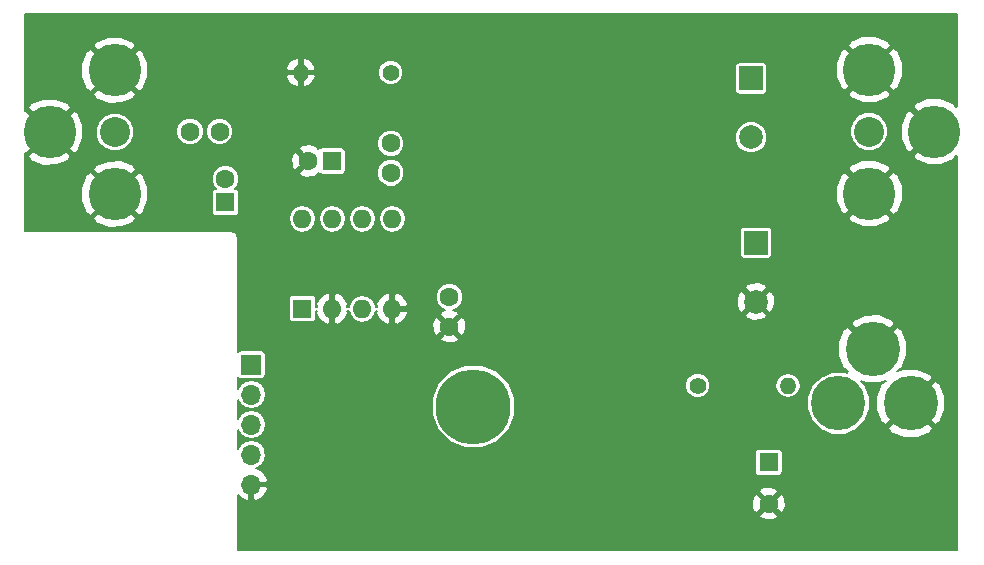
<source format=gbr>
G04 #@! TF.FileFunction,Copper,L2,Bot,Signal*
%FSLAX46Y46*%
G04 Gerber Fmt 4.6, Leading zero omitted, Abs format (unit mm)*
G04 Created by KiCad (PCBNEW 4.0.5) date 07/08/17 13:34:11*
%MOMM*%
%LPD*%
G01*
G04 APERTURE LIST*
%ADD10C,0.150000*%
%ADD11R,2.000000X2.000000*%
%ADD12C,2.000000*%
%ADD13R,1.600000X1.600000*%
%ADD14C,1.600000*%
%ADD15C,6.350000*%
%ADD16C,1.400000*%
%ADD17O,1.400000X1.400000*%
%ADD18C,4.445000*%
%ADD19C,2.540000*%
%ADD20O,1.600000X1.600000*%
%ADD21R,1.700000X1.700000*%
%ADD22O,1.700000X1.700000*%
%ADD23C,4.600000*%
%ADD24C,0.203200*%
G04 APERTURE END LIST*
D10*
D11*
X94805000Y-66013400D03*
D12*
X94805000Y-71013400D03*
D13*
X95905000Y-84613400D03*
D14*
X95905000Y-88113400D03*
D13*
X49905000Y-62613400D03*
D14*
X49905000Y-60613400D03*
D15*
X70886000Y-79895400D03*
D16*
X89905000Y-78113400D03*
D17*
X97525000Y-78113400D03*
D11*
X94405000Y-52113400D03*
D12*
X94405000Y-57113400D03*
D18*
X35021200Y-56654400D03*
X40533000Y-61899500D03*
X40533000Y-51409300D03*
D19*
X40533000Y-56654400D03*
D18*
X109916800Y-56613400D03*
X104405000Y-51368300D03*
X104405000Y-61858500D03*
D19*
X104405000Y-56613400D03*
D16*
X63905000Y-51613400D03*
D17*
X56285000Y-51613400D03*
D13*
X56405000Y-71613400D03*
D20*
X64025000Y-63993400D03*
X58945000Y-71613400D03*
X61485000Y-63993400D03*
X61485000Y-71613400D03*
X58945000Y-63993400D03*
X64025000Y-71613400D03*
X56405000Y-63993400D03*
D21*
X52090000Y-76339400D03*
D22*
X52090000Y-78879400D03*
X52090000Y-81419400D03*
X52090000Y-83959400D03*
X52090000Y-86499400D03*
D13*
X58905000Y-59113400D03*
D14*
X56905000Y-59113400D03*
D23*
X107905000Y-79613400D03*
X101805000Y-79613400D03*
X104705000Y-75013400D03*
D14*
X63905000Y-60113400D03*
X63905000Y-57613400D03*
X46905000Y-56613400D03*
X49405000Y-56613400D03*
X68854000Y-70624400D03*
X68854000Y-73124400D03*
D24*
G36*
X111858900Y-54474653D02*
X111849459Y-54465212D01*
X111740099Y-54574572D01*
X111488420Y-54190972D01*
X110441765Y-53773936D01*
X109315189Y-53789182D01*
X108345180Y-54190972D01*
X108093500Y-54574574D01*
X109916800Y-56397874D01*
X109930943Y-56383732D01*
X110146469Y-56599258D01*
X110132326Y-56613400D01*
X110146469Y-56627543D01*
X109930943Y-56843069D01*
X109916800Y-56828926D01*
X108093500Y-58652226D01*
X108345180Y-59035828D01*
X109391835Y-59452864D01*
X110518411Y-59437618D01*
X111488420Y-59035828D01*
X111740099Y-58652228D01*
X111849459Y-58761588D01*
X111858900Y-58752147D01*
X111858900Y-92067300D01*
X50951100Y-92067300D01*
X50951100Y-89123251D01*
X95110675Y-89123251D01*
X95188282Y-89359155D01*
X95719569Y-89538604D01*
X96279086Y-89501079D01*
X96621718Y-89359155D01*
X96699325Y-89123251D01*
X95905000Y-88328926D01*
X95110675Y-89123251D01*
X50951100Y-89123251D01*
X50951100Y-87927969D01*
X94479796Y-87927969D01*
X94517321Y-88487486D01*
X94659245Y-88830118D01*
X94895149Y-88907725D01*
X95689474Y-88113400D01*
X96120526Y-88113400D01*
X96914851Y-88907725D01*
X97150755Y-88830118D01*
X97330204Y-88298831D01*
X97292679Y-87739314D01*
X97150755Y-87396682D01*
X96914851Y-87319075D01*
X96120526Y-88113400D01*
X95689474Y-88113400D01*
X94895149Y-87319075D01*
X94659245Y-87396682D01*
X94479796Y-87927969D01*
X50951100Y-87927969D01*
X50951100Y-87371941D01*
X51201581Y-87657492D01*
X51712391Y-87909321D01*
X51937600Y-87798634D01*
X51937600Y-86651800D01*
X52242400Y-86651800D01*
X52242400Y-87798634D01*
X52467609Y-87909321D01*
X52978419Y-87657492D01*
X53353975Y-87229354D01*
X53406080Y-87103549D01*
X95110675Y-87103549D01*
X95905000Y-87897874D01*
X96699325Y-87103549D01*
X96621718Y-86867645D01*
X96090431Y-86688196D01*
X95530914Y-86725721D01*
X95188282Y-86867645D01*
X95110675Y-87103549D01*
X53406080Y-87103549D01*
X53499910Y-86877007D01*
X53388286Y-86651800D01*
X52242400Y-86651800D01*
X51937600Y-86651800D01*
X51917600Y-86651800D01*
X51917600Y-86347000D01*
X51937600Y-86347000D01*
X51937600Y-86327000D01*
X52242400Y-86327000D01*
X52242400Y-86347000D01*
X53388286Y-86347000D01*
X53499910Y-86121793D01*
X53353975Y-85769446D01*
X52978419Y-85341308D01*
X52474991Y-85093118D01*
X52574982Y-85073229D01*
X52966107Y-84811888D01*
X53227448Y-84420763D01*
X53319219Y-83959400D01*
X53290178Y-83813400D01*
X94742434Y-83813400D01*
X94742434Y-85413400D01*
X94767230Y-85545177D01*
X94845110Y-85666207D01*
X94963942Y-85747401D01*
X95105000Y-85775966D01*
X96705000Y-85775966D01*
X96836777Y-85751170D01*
X96957807Y-85673290D01*
X97039001Y-85554458D01*
X97067566Y-85413400D01*
X97067566Y-83813400D01*
X97042770Y-83681623D01*
X96964890Y-83560593D01*
X96846058Y-83479399D01*
X96705000Y-83450834D01*
X95105000Y-83450834D01*
X94973223Y-83475630D01*
X94852193Y-83553510D01*
X94770999Y-83672342D01*
X94742434Y-83813400D01*
X53290178Y-83813400D01*
X53227448Y-83498037D01*
X52966107Y-83106912D01*
X52574982Y-82845571D01*
X52113619Y-82753800D01*
X52066381Y-82753800D01*
X51605018Y-82845571D01*
X51213893Y-83106912D01*
X50952552Y-83498037D01*
X50951100Y-83505337D01*
X50951100Y-81873463D01*
X50952552Y-81880763D01*
X51213893Y-82271888D01*
X51605018Y-82533229D01*
X52066381Y-82625000D01*
X52113619Y-82625000D01*
X52574982Y-82533229D01*
X52966107Y-82271888D01*
X53227448Y-81880763D01*
X53319219Y-81419400D01*
X53227448Y-80958037D01*
X52984607Y-80594599D01*
X67354788Y-80594599D01*
X67891157Y-81892712D01*
X68883464Y-82886752D01*
X70180639Y-83425386D01*
X71585199Y-83426612D01*
X72883312Y-82890243D01*
X73877352Y-81897936D01*
X74415986Y-80600761D01*
X74416388Y-80139314D01*
X99148940Y-80139314D01*
X99552379Y-81115711D01*
X100298760Y-81863395D01*
X101274451Y-82268538D01*
X102330914Y-82269460D01*
X103307311Y-81866021D01*
X103465423Y-81708184D01*
X106025742Y-81708184D01*
X106286872Y-82099841D01*
X107361564Y-82529803D01*
X108518989Y-82515769D01*
X109523128Y-82099841D01*
X109784258Y-81708184D01*
X107905000Y-79828926D01*
X106025742Y-81708184D01*
X103465423Y-81708184D01*
X104054995Y-81119640D01*
X104460138Y-80143949D01*
X104461060Y-79087486D01*
X104057621Y-78111089D01*
X103687197Y-77740019D01*
X104161564Y-77929803D01*
X105318989Y-77915769D01*
X105794766Y-77718695D01*
X105810214Y-77734143D01*
X105418559Y-77995272D01*
X104988597Y-79069964D01*
X105002631Y-80227389D01*
X105418559Y-81231528D01*
X105810216Y-81492658D01*
X107689474Y-79613400D01*
X108120526Y-79613400D01*
X109999784Y-81492658D01*
X110391441Y-81231528D01*
X110821403Y-80156836D01*
X110807369Y-78999411D01*
X110391441Y-77995272D01*
X109999784Y-77734142D01*
X108120526Y-79613400D01*
X107689474Y-79613400D01*
X107675332Y-79599258D01*
X107890858Y-79383732D01*
X107905000Y-79397874D01*
X109784258Y-77518616D01*
X109523128Y-77126959D01*
X108448436Y-76696997D01*
X107291011Y-76711031D01*
X106815234Y-76908105D01*
X106799786Y-76892657D01*
X107191441Y-76631528D01*
X107621403Y-75556836D01*
X107607369Y-74399411D01*
X107191441Y-73395272D01*
X106799784Y-73134142D01*
X104920526Y-75013400D01*
X104934669Y-75027543D01*
X104719143Y-75243069D01*
X104705000Y-75228926D01*
X104690858Y-75243069D01*
X104475332Y-75027543D01*
X104489474Y-75013400D01*
X102610216Y-73134142D01*
X102218559Y-73395272D01*
X101788597Y-74469964D01*
X101802631Y-75627389D01*
X102218559Y-76631528D01*
X102610214Y-76892657D01*
X102500938Y-77001933D01*
X102543698Y-77044693D01*
X102335549Y-76958262D01*
X101279086Y-76957340D01*
X100302689Y-77360779D01*
X99555005Y-78107160D01*
X99149862Y-79082851D01*
X99148940Y-80139314D01*
X74416388Y-80139314D01*
X74417212Y-79196201D01*
X74056187Y-78322451D01*
X88849218Y-78322451D01*
X89009584Y-78710568D01*
X89306270Y-79007772D01*
X89694107Y-79168816D01*
X90114051Y-79169182D01*
X90502168Y-79008816D01*
X90799372Y-78712130D01*
X90960416Y-78324293D01*
X90960599Y-78113400D01*
X96448720Y-78113400D01*
X96529073Y-78517361D01*
X96757898Y-78859822D01*
X97100359Y-79088647D01*
X97504320Y-79169000D01*
X97545680Y-79169000D01*
X97949641Y-79088647D01*
X98292102Y-78859822D01*
X98520927Y-78517361D01*
X98601280Y-78113400D01*
X98520927Y-77709439D01*
X98292102Y-77366978D01*
X97949641Y-77138153D01*
X97545680Y-77057800D01*
X97504320Y-77057800D01*
X97100359Y-77138153D01*
X96757898Y-77366978D01*
X96529073Y-77709439D01*
X96448720Y-78113400D01*
X90960599Y-78113400D01*
X90960782Y-77904349D01*
X90800416Y-77516232D01*
X90503730Y-77219028D01*
X90115893Y-77057984D01*
X89695949Y-77057618D01*
X89307832Y-77217984D01*
X89010628Y-77514670D01*
X88849584Y-77902507D01*
X88849218Y-78322451D01*
X74056187Y-78322451D01*
X73880843Y-77898088D01*
X72888536Y-76904048D01*
X71591361Y-76365414D01*
X70186801Y-76364188D01*
X68888688Y-76900557D01*
X67894648Y-77892864D01*
X67356014Y-79190039D01*
X67354788Y-80594599D01*
X52984607Y-80594599D01*
X52966107Y-80566912D01*
X52574982Y-80305571D01*
X52113619Y-80213800D01*
X52066381Y-80213800D01*
X51605018Y-80305571D01*
X51213893Y-80566912D01*
X50952552Y-80958037D01*
X50951100Y-80965337D01*
X50951100Y-79333463D01*
X50952552Y-79340763D01*
X51213893Y-79731888D01*
X51605018Y-79993229D01*
X52066381Y-80085000D01*
X52113619Y-80085000D01*
X52574982Y-79993229D01*
X52966107Y-79731888D01*
X53227448Y-79340763D01*
X53319219Y-78879400D01*
X53227448Y-78418037D01*
X52966107Y-78026912D01*
X52574982Y-77765571D01*
X52113619Y-77673800D01*
X52066381Y-77673800D01*
X51605018Y-77765571D01*
X51213893Y-78026912D01*
X50952552Y-78418037D01*
X50951100Y-78425337D01*
X50951100Y-77397124D01*
X50980110Y-77442207D01*
X51098942Y-77523401D01*
X51240000Y-77551966D01*
X52940000Y-77551966D01*
X53071777Y-77527170D01*
X53192807Y-77449290D01*
X53274001Y-77330458D01*
X53302566Y-77189400D01*
X53302566Y-75489400D01*
X53277770Y-75357623D01*
X53199890Y-75236593D01*
X53081058Y-75155399D01*
X52940000Y-75126834D01*
X51240000Y-75126834D01*
X51108223Y-75151630D01*
X50987193Y-75229510D01*
X50951100Y-75282334D01*
X50951100Y-74134251D01*
X68059675Y-74134251D01*
X68137282Y-74370155D01*
X68668569Y-74549604D01*
X69228086Y-74512079D01*
X69570718Y-74370155D01*
X69648325Y-74134251D01*
X68854000Y-73339926D01*
X68059675Y-74134251D01*
X50951100Y-74134251D01*
X50951100Y-70813400D01*
X55242434Y-70813400D01*
X55242434Y-72413400D01*
X55267230Y-72545177D01*
X55345110Y-72666207D01*
X55463942Y-72747401D01*
X55605000Y-72775966D01*
X57205000Y-72775966D01*
X57336777Y-72751170D01*
X57457807Y-72673290D01*
X57539001Y-72554458D01*
X57567566Y-72413400D01*
X57567566Y-71765802D01*
X57696049Y-71765802D01*
X57584744Y-71983143D01*
X57829782Y-72475545D01*
X58244602Y-72836694D01*
X58575259Y-72973644D01*
X58792600Y-72861329D01*
X58792600Y-71765800D01*
X58772600Y-71765800D01*
X58772600Y-71461000D01*
X58792600Y-71461000D01*
X58792600Y-70365471D01*
X59097400Y-70365471D01*
X59097400Y-71461000D01*
X59117400Y-71461000D01*
X59117400Y-71765800D01*
X59097400Y-71765800D01*
X59097400Y-72861329D01*
X59314741Y-72973644D01*
X59645398Y-72836694D01*
X60060218Y-72475545D01*
X60305256Y-71983143D01*
X60193951Y-71765802D01*
X60354600Y-71765802D01*
X60354600Y-71762729D01*
X60417365Y-72078269D01*
X60667867Y-72453173D01*
X61042771Y-72703675D01*
X61485000Y-72791640D01*
X61927229Y-72703675D01*
X62302133Y-72453173D01*
X62552635Y-72078269D01*
X62615400Y-71762729D01*
X62615400Y-71765802D01*
X62776049Y-71765802D01*
X62664744Y-71983143D01*
X62909782Y-72475545D01*
X63324602Y-72836694D01*
X63655259Y-72973644D01*
X63872600Y-72861329D01*
X63872600Y-71765800D01*
X64177400Y-71765800D01*
X64177400Y-72861329D01*
X64394741Y-72973644D01*
X64478461Y-72938969D01*
X67428796Y-72938969D01*
X67466321Y-73498486D01*
X67608245Y-73841118D01*
X67844149Y-73918725D01*
X68638474Y-73124400D01*
X69069526Y-73124400D01*
X69863851Y-73918725D01*
X70099755Y-73841118D01*
X70279204Y-73309831D01*
X70252967Y-72918616D01*
X102825742Y-72918616D01*
X104705000Y-74797874D01*
X106584258Y-72918616D01*
X106323128Y-72526959D01*
X105248436Y-72096997D01*
X104091011Y-72111031D01*
X103086872Y-72526959D01*
X102825742Y-72918616D01*
X70252967Y-72918616D01*
X70241679Y-72750314D01*
X70099755Y-72407682D01*
X69863851Y-72330075D01*
X69069526Y-73124400D01*
X68638474Y-73124400D01*
X67844149Y-72330075D01*
X67608245Y-72407682D01*
X67428796Y-72938969D01*
X64478461Y-72938969D01*
X64725398Y-72836694D01*
X65140218Y-72475545D01*
X65385256Y-71983143D01*
X65273950Y-71765800D01*
X64177400Y-71765800D01*
X63872600Y-71765800D01*
X63852600Y-71765800D01*
X63852600Y-71461000D01*
X63872600Y-71461000D01*
X63872600Y-70365471D01*
X64177400Y-70365471D01*
X64177400Y-71461000D01*
X65273950Y-71461000D01*
X65385256Y-71243657D01*
X65190978Y-70853255D01*
X67698199Y-70853255D01*
X67873758Y-71278140D01*
X68198550Y-71603499D01*
X68513896Y-71734442D01*
X68479914Y-71736721D01*
X68137282Y-71878645D01*
X68059675Y-72114549D01*
X68854000Y-72908874D01*
X69594547Y-72168327D01*
X93865599Y-72168327D01*
X93967827Y-72424947D01*
X94571729Y-72637871D01*
X95211144Y-72603484D01*
X95642173Y-72424947D01*
X95744401Y-72168327D01*
X94805000Y-71228926D01*
X93865599Y-72168327D01*
X69594547Y-72168327D01*
X69648325Y-72114549D01*
X69570718Y-71878645D01*
X69171193Y-71743700D01*
X69507740Y-71604642D01*
X69833099Y-71279850D01*
X70009399Y-70855272D01*
X70009464Y-70780129D01*
X93180529Y-70780129D01*
X93214916Y-71419544D01*
X93393453Y-71850573D01*
X93650073Y-71952801D01*
X94589474Y-71013400D01*
X95020526Y-71013400D01*
X95959927Y-71952801D01*
X96216547Y-71850573D01*
X96429471Y-71246671D01*
X96395084Y-70607256D01*
X96216547Y-70176227D01*
X95959927Y-70073999D01*
X95020526Y-71013400D01*
X94589474Y-71013400D01*
X93650073Y-70073999D01*
X93393453Y-70176227D01*
X93180529Y-70780129D01*
X70009464Y-70780129D01*
X70009801Y-70395545D01*
X69834242Y-69970660D01*
X69722251Y-69858473D01*
X93865599Y-69858473D01*
X94805000Y-70797874D01*
X95744401Y-69858473D01*
X95642173Y-69601853D01*
X95038271Y-69388929D01*
X94398856Y-69423316D01*
X93967827Y-69601853D01*
X93865599Y-69858473D01*
X69722251Y-69858473D01*
X69509450Y-69645301D01*
X69084872Y-69469001D01*
X68625145Y-69468599D01*
X68200260Y-69644158D01*
X67874901Y-69968950D01*
X67698601Y-70393528D01*
X67698199Y-70853255D01*
X65190978Y-70853255D01*
X65140218Y-70751255D01*
X64725398Y-70390106D01*
X64394741Y-70253156D01*
X64177400Y-70365471D01*
X63872600Y-70365471D01*
X63655259Y-70253156D01*
X63324602Y-70390106D01*
X62909782Y-70751255D01*
X62664744Y-71243657D01*
X62776049Y-71460998D01*
X62615400Y-71460998D01*
X62615400Y-71464071D01*
X62552635Y-71148531D01*
X62302133Y-70773627D01*
X61927229Y-70523125D01*
X61485000Y-70435160D01*
X61042771Y-70523125D01*
X60667867Y-70773627D01*
X60417365Y-71148531D01*
X60354600Y-71464071D01*
X60354600Y-71460998D01*
X60193951Y-71460998D01*
X60305256Y-71243657D01*
X60060218Y-70751255D01*
X59645398Y-70390106D01*
X59314741Y-70253156D01*
X59097400Y-70365471D01*
X58792600Y-70365471D01*
X58575259Y-70253156D01*
X58244602Y-70390106D01*
X57829782Y-70751255D01*
X57584744Y-71243657D01*
X57696049Y-71460998D01*
X57567566Y-71460998D01*
X57567566Y-70813400D01*
X57542770Y-70681623D01*
X57464890Y-70560593D01*
X57346058Y-70479399D01*
X57205000Y-70450834D01*
X55605000Y-70450834D01*
X55473223Y-70475630D01*
X55352193Y-70553510D01*
X55270999Y-70672342D01*
X55242434Y-70813400D01*
X50951100Y-70813400D01*
X50951100Y-65613400D01*
X50909531Y-65404417D01*
X50791151Y-65227249D01*
X50613983Y-65108869D01*
X50405000Y-65067300D01*
X32951100Y-65067300D01*
X32951100Y-63938326D01*
X38709700Y-63938326D01*
X38961380Y-64321928D01*
X40008035Y-64738964D01*
X41134611Y-64723718D01*
X42104620Y-64321928D01*
X42335020Y-63970760D01*
X55249400Y-63970760D01*
X55249400Y-64016040D01*
X55337365Y-64458269D01*
X55587867Y-64833173D01*
X55962771Y-65083675D01*
X56405000Y-65171640D01*
X56847229Y-65083675D01*
X57222133Y-64833173D01*
X57472635Y-64458269D01*
X57560600Y-64016040D01*
X57560600Y-63970760D01*
X57789400Y-63970760D01*
X57789400Y-64016040D01*
X57877365Y-64458269D01*
X58127867Y-64833173D01*
X58502771Y-65083675D01*
X58945000Y-65171640D01*
X59387229Y-65083675D01*
X59762133Y-64833173D01*
X60012635Y-64458269D01*
X60100600Y-64016040D01*
X60100600Y-63970760D01*
X60329400Y-63970760D01*
X60329400Y-64016040D01*
X60417365Y-64458269D01*
X60667867Y-64833173D01*
X61042771Y-65083675D01*
X61485000Y-65171640D01*
X61927229Y-65083675D01*
X62302133Y-64833173D01*
X62552635Y-64458269D01*
X62640600Y-64016040D01*
X62640600Y-63970760D01*
X62869400Y-63970760D01*
X62869400Y-64016040D01*
X62957365Y-64458269D01*
X63207867Y-64833173D01*
X63582771Y-65083675D01*
X64025000Y-65171640D01*
X64467229Y-65083675D01*
X64572403Y-65013400D01*
X93442434Y-65013400D01*
X93442434Y-67013400D01*
X93467230Y-67145177D01*
X93545110Y-67266207D01*
X93663942Y-67347401D01*
X93805000Y-67375966D01*
X95805000Y-67375966D01*
X95936777Y-67351170D01*
X96057807Y-67273290D01*
X96139001Y-67154458D01*
X96167566Y-67013400D01*
X96167566Y-65013400D01*
X96142770Y-64881623D01*
X96064890Y-64760593D01*
X95946058Y-64679399D01*
X95805000Y-64650834D01*
X93805000Y-64650834D01*
X93673223Y-64675630D01*
X93552193Y-64753510D01*
X93470999Y-64872342D01*
X93442434Y-65013400D01*
X64572403Y-65013400D01*
X64842133Y-64833173D01*
X65092635Y-64458269D01*
X65180600Y-64016040D01*
X65180600Y-63970760D01*
X65165994Y-63897326D01*
X102581700Y-63897326D01*
X102833380Y-64280928D01*
X103880035Y-64697964D01*
X105006611Y-64682718D01*
X105976620Y-64280928D01*
X106228300Y-63897326D01*
X104405000Y-62074026D01*
X102581700Y-63897326D01*
X65165994Y-63897326D01*
X65092635Y-63528531D01*
X64842133Y-63153627D01*
X64467229Y-62903125D01*
X64025000Y-62815160D01*
X63582771Y-62903125D01*
X63207867Y-63153627D01*
X62957365Y-63528531D01*
X62869400Y-63970760D01*
X62640600Y-63970760D01*
X62552635Y-63528531D01*
X62302133Y-63153627D01*
X61927229Y-62903125D01*
X61485000Y-62815160D01*
X61042771Y-62903125D01*
X60667867Y-63153627D01*
X60417365Y-63528531D01*
X60329400Y-63970760D01*
X60100600Y-63970760D01*
X60012635Y-63528531D01*
X59762133Y-63153627D01*
X59387229Y-62903125D01*
X58945000Y-62815160D01*
X58502771Y-62903125D01*
X58127867Y-63153627D01*
X57877365Y-63528531D01*
X57789400Y-63970760D01*
X57560600Y-63970760D01*
X57472635Y-63528531D01*
X57222133Y-63153627D01*
X56847229Y-62903125D01*
X56405000Y-62815160D01*
X55962771Y-62903125D01*
X55587867Y-63153627D01*
X55337365Y-63528531D01*
X55249400Y-63970760D01*
X42335020Y-63970760D01*
X42356300Y-63938326D01*
X40533000Y-62115026D01*
X38709700Y-63938326D01*
X32951100Y-63938326D01*
X32951100Y-61374535D01*
X37693536Y-61374535D01*
X37708782Y-62501111D01*
X38110572Y-63471120D01*
X38494174Y-63722800D01*
X40317474Y-61899500D01*
X40748526Y-61899500D01*
X42571826Y-63722800D01*
X42955428Y-63471120D01*
X43372464Y-62424465D01*
X43364195Y-61813400D01*
X48742434Y-61813400D01*
X48742434Y-63413400D01*
X48767230Y-63545177D01*
X48845110Y-63666207D01*
X48963942Y-63747401D01*
X49105000Y-63775966D01*
X50705000Y-63775966D01*
X50836777Y-63751170D01*
X50957807Y-63673290D01*
X51039001Y-63554458D01*
X51067566Y-63413400D01*
X51067566Y-61813400D01*
X51042770Y-61681623D01*
X50964890Y-61560593D01*
X50846058Y-61479399D01*
X50705000Y-61450834D01*
X50701797Y-61450834D01*
X50819300Y-61333535D01*
X101565536Y-61333535D01*
X101580782Y-62460111D01*
X101982572Y-63430120D01*
X102366174Y-63681800D01*
X104189474Y-61858500D01*
X104620526Y-61858500D01*
X106443826Y-63681800D01*
X106827428Y-63430120D01*
X107244464Y-62383465D01*
X107229218Y-61256889D01*
X106827428Y-60286880D01*
X106443826Y-60035200D01*
X104620526Y-61858500D01*
X104189474Y-61858500D01*
X102366174Y-60035200D01*
X101982572Y-60286880D01*
X101565536Y-61333535D01*
X50819300Y-61333535D01*
X50884099Y-61268850D01*
X51060399Y-60844272D01*
X51060801Y-60384545D01*
X50885242Y-59959660D01*
X50560450Y-59634301D01*
X50135872Y-59458001D01*
X49676145Y-59457599D01*
X49251260Y-59633158D01*
X48925901Y-59957950D01*
X48749601Y-60382528D01*
X48749199Y-60842255D01*
X48924758Y-61267140D01*
X49108132Y-61450834D01*
X49105000Y-61450834D01*
X48973223Y-61475630D01*
X48852193Y-61553510D01*
X48770999Y-61672342D01*
X48742434Y-61813400D01*
X43364195Y-61813400D01*
X43357218Y-61297889D01*
X42955428Y-60327880D01*
X42571826Y-60076200D01*
X40748526Y-61899500D01*
X40317474Y-61899500D01*
X38494174Y-60076200D01*
X38110572Y-60327880D01*
X37693536Y-61374535D01*
X32951100Y-61374535D01*
X32951100Y-59860674D01*
X38709700Y-59860674D01*
X40533000Y-61683974D01*
X42356300Y-59860674D01*
X42104620Y-59477072D01*
X41057965Y-59060036D01*
X39931389Y-59075282D01*
X38961380Y-59477072D01*
X38709700Y-59860674D01*
X32951100Y-59860674D01*
X32951100Y-58693226D01*
X33197900Y-58693226D01*
X33449580Y-59076828D01*
X34496235Y-59493864D01*
X35622811Y-59478618D01*
X36592820Y-59076828D01*
X36690485Y-58927969D01*
X55479796Y-58927969D01*
X55517321Y-59487486D01*
X55659245Y-59830118D01*
X55895149Y-59907725D01*
X56689474Y-59113400D01*
X55895149Y-58319075D01*
X55659245Y-58396682D01*
X55479796Y-58927969D01*
X36690485Y-58927969D01*
X36844500Y-58693226D01*
X35021200Y-56869926D01*
X33197900Y-58693226D01*
X32951100Y-58693226D01*
X32951100Y-58457181D01*
X32982374Y-58477700D01*
X34805674Y-56654400D01*
X35236726Y-56654400D01*
X37060026Y-58477700D01*
X37443628Y-58226020D01*
X37860664Y-57179365D01*
X37857917Y-56976333D01*
X38907119Y-56976333D01*
X39154080Y-57574025D01*
X39610970Y-58031713D01*
X40208230Y-58279717D01*
X40854933Y-58280281D01*
X41282657Y-58103549D01*
X56110675Y-58103549D01*
X56905000Y-58897874D01*
X56919143Y-58883732D01*
X57134669Y-59099258D01*
X57120526Y-59113400D01*
X57134669Y-59127543D01*
X56919143Y-59343069D01*
X56905000Y-59328926D01*
X56110675Y-60123251D01*
X56188282Y-60359155D01*
X56719569Y-60538604D01*
X57279086Y-60501079D01*
X57621718Y-60359155D01*
X57627277Y-60342255D01*
X62749199Y-60342255D01*
X62924758Y-60767140D01*
X63249550Y-61092499D01*
X63674128Y-61268799D01*
X64133855Y-61269201D01*
X64558740Y-61093642D01*
X64884099Y-60768850D01*
X65060399Y-60344272D01*
X65060801Y-59884545D01*
X65033997Y-59819674D01*
X102581700Y-59819674D01*
X104405000Y-61642974D01*
X106228300Y-59819674D01*
X105976620Y-59436072D01*
X104929965Y-59019036D01*
X103803389Y-59034282D01*
X102833380Y-59436072D01*
X102581700Y-59819674D01*
X65033997Y-59819674D01*
X64885242Y-59459660D01*
X64560450Y-59134301D01*
X64135872Y-58958001D01*
X63676145Y-58957599D01*
X63251260Y-59133158D01*
X62925901Y-59457950D01*
X62749601Y-59882528D01*
X62749199Y-60342255D01*
X57627277Y-60342255D01*
X57699324Y-60123253D01*
X57812093Y-60236022D01*
X57866971Y-60181144D01*
X57963942Y-60247401D01*
X58105000Y-60275966D01*
X59705000Y-60275966D01*
X59836777Y-60251170D01*
X59957807Y-60173290D01*
X60039001Y-60054458D01*
X60067566Y-59913400D01*
X60067566Y-58313400D01*
X60042770Y-58181623D01*
X59964890Y-58060593D01*
X59846058Y-57979399D01*
X59705000Y-57950834D01*
X58105000Y-57950834D01*
X57973223Y-57975630D01*
X57865964Y-58044649D01*
X57812093Y-57990778D01*
X57699324Y-58103547D01*
X57621718Y-57867645D01*
X57546547Y-57842255D01*
X62749199Y-57842255D01*
X62924758Y-58267140D01*
X63249550Y-58592499D01*
X63674128Y-58768799D01*
X64133855Y-58769201D01*
X64558740Y-58593642D01*
X64884099Y-58268850D01*
X65060399Y-57844272D01*
X65060801Y-57384545D01*
X65059693Y-57381863D01*
X93049165Y-57381863D01*
X93255108Y-57880283D01*
X93636112Y-58261952D01*
X94134171Y-58468764D01*
X94673463Y-58469235D01*
X95171883Y-58263292D01*
X95553552Y-57882288D01*
X95760364Y-57384229D01*
X95760756Y-56935333D01*
X102779119Y-56935333D01*
X103026080Y-57533025D01*
X103482970Y-57990713D01*
X104080230Y-58238717D01*
X104726933Y-58239281D01*
X105324625Y-57992320D01*
X105782313Y-57535430D01*
X106030317Y-56938170D01*
X106030881Y-56291467D01*
X105946990Y-56088435D01*
X107077336Y-56088435D01*
X107092582Y-57215011D01*
X107494372Y-58185020D01*
X107877974Y-58436700D01*
X109701274Y-56613400D01*
X107877974Y-54790100D01*
X107494372Y-55041780D01*
X107077336Y-56088435D01*
X105946990Y-56088435D01*
X105783920Y-55693775D01*
X105327030Y-55236087D01*
X104729770Y-54988083D01*
X104083067Y-54987519D01*
X103485375Y-55234480D01*
X103027687Y-55691370D01*
X102779683Y-56288630D01*
X102779119Y-56935333D01*
X95760756Y-56935333D01*
X95760835Y-56844937D01*
X95554892Y-56346517D01*
X95173888Y-55964848D01*
X94675829Y-55758036D01*
X94136537Y-55757565D01*
X93638117Y-55963508D01*
X93256448Y-56344512D01*
X93049636Y-56842571D01*
X93049165Y-57381863D01*
X65059693Y-57381863D01*
X64885242Y-56959660D01*
X64560450Y-56634301D01*
X64135872Y-56458001D01*
X63676145Y-56457599D01*
X63251260Y-56633158D01*
X62925901Y-56957950D01*
X62749601Y-57382528D01*
X62749199Y-57842255D01*
X57546547Y-57842255D01*
X57090431Y-57688196D01*
X56530914Y-57725721D01*
X56188282Y-57867645D01*
X56110675Y-58103549D01*
X41282657Y-58103549D01*
X41452625Y-58033320D01*
X41910313Y-57576430D01*
X42158317Y-56979170D01*
X42158436Y-56842255D01*
X45749199Y-56842255D01*
X45924758Y-57267140D01*
X46249550Y-57592499D01*
X46674128Y-57768799D01*
X47133855Y-57769201D01*
X47558740Y-57593642D01*
X47884099Y-57268850D01*
X48060399Y-56844272D01*
X48060400Y-56842255D01*
X48249199Y-56842255D01*
X48424758Y-57267140D01*
X48749550Y-57592499D01*
X49174128Y-57768799D01*
X49633855Y-57769201D01*
X50058740Y-57593642D01*
X50384099Y-57268850D01*
X50560399Y-56844272D01*
X50560801Y-56384545D01*
X50385242Y-55959660D01*
X50060450Y-55634301D01*
X49635872Y-55458001D01*
X49176145Y-55457599D01*
X48751260Y-55633158D01*
X48425901Y-55957950D01*
X48249601Y-56382528D01*
X48249199Y-56842255D01*
X48060400Y-56842255D01*
X48060801Y-56384545D01*
X47885242Y-55959660D01*
X47560450Y-55634301D01*
X47135872Y-55458001D01*
X46676145Y-55457599D01*
X46251260Y-55633158D01*
X45925901Y-55957950D01*
X45749601Y-56382528D01*
X45749199Y-56842255D01*
X42158436Y-56842255D01*
X42158881Y-56332467D01*
X41911920Y-55734775D01*
X41455030Y-55277087D01*
X40857770Y-55029083D01*
X40211067Y-55028519D01*
X39613375Y-55275480D01*
X39155687Y-55732370D01*
X38907683Y-56329630D01*
X38907119Y-56976333D01*
X37857917Y-56976333D01*
X37845418Y-56052789D01*
X37443628Y-55082780D01*
X37060026Y-54831100D01*
X35236726Y-56654400D01*
X34805674Y-56654400D01*
X32982374Y-54831100D01*
X32951100Y-54851619D01*
X32951100Y-54615574D01*
X33197900Y-54615574D01*
X35021200Y-56438874D01*
X36844500Y-54615574D01*
X36592820Y-54231972D01*
X35546165Y-53814936D01*
X34419589Y-53830182D01*
X33449580Y-54231972D01*
X33197900Y-54615574D01*
X32951100Y-54615574D01*
X32951100Y-53448126D01*
X38709700Y-53448126D01*
X38961380Y-53831728D01*
X40008035Y-54248764D01*
X41134611Y-54233518D01*
X42104620Y-53831728D01*
X42356300Y-53448126D01*
X40533000Y-51624826D01*
X38709700Y-53448126D01*
X32951100Y-53448126D01*
X32951100Y-50884335D01*
X37693536Y-50884335D01*
X37708782Y-52010911D01*
X38110572Y-52980920D01*
X38494174Y-53232600D01*
X40317474Y-51409300D01*
X40748526Y-51409300D01*
X42571826Y-53232600D01*
X42955428Y-52980920D01*
X43359262Y-51967398D01*
X55024152Y-51967398D01*
X55143121Y-52254647D01*
X55475436Y-52642813D01*
X55931000Y-52874260D01*
X56132600Y-52761715D01*
X56132600Y-51765800D01*
X56437400Y-51765800D01*
X56437400Y-52761715D01*
X56639000Y-52874260D01*
X57094564Y-52642813D01*
X57426879Y-52254647D01*
X57545848Y-51967398D01*
X57464080Y-51822451D01*
X62849218Y-51822451D01*
X63009584Y-52210568D01*
X63306270Y-52507772D01*
X63694107Y-52668816D01*
X64114051Y-52669182D01*
X64502168Y-52508816D01*
X64799372Y-52212130D01*
X64960416Y-51824293D01*
X64960782Y-51404349D01*
X64840565Y-51113400D01*
X93042434Y-51113400D01*
X93042434Y-53113400D01*
X93067230Y-53245177D01*
X93145110Y-53366207D01*
X93263942Y-53447401D01*
X93405000Y-53475966D01*
X95405000Y-53475966D01*
X95536777Y-53451170D01*
X95605223Y-53407126D01*
X102581700Y-53407126D01*
X102833380Y-53790728D01*
X103880035Y-54207764D01*
X105006611Y-54192518D01*
X105976620Y-53790728D01*
X106228300Y-53407126D01*
X104405000Y-51583826D01*
X102581700Y-53407126D01*
X95605223Y-53407126D01*
X95657807Y-53373290D01*
X95739001Y-53254458D01*
X95767566Y-53113400D01*
X95767566Y-51113400D01*
X95742770Y-50981623D01*
X95664890Y-50860593D01*
X95639632Y-50843335D01*
X101565536Y-50843335D01*
X101580782Y-51969911D01*
X101982572Y-52939920D01*
X102366174Y-53191600D01*
X104189474Y-51368300D01*
X104620526Y-51368300D01*
X106443826Y-53191600D01*
X106827428Y-52939920D01*
X107244464Y-51893265D01*
X107229218Y-50766689D01*
X106827428Y-49796680D01*
X106443826Y-49545000D01*
X104620526Y-51368300D01*
X104189474Y-51368300D01*
X102366174Y-49545000D01*
X101982572Y-49796680D01*
X101565536Y-50843335D01*
X95639632Y-50843335D01*
X95546058Y-50779399D01*
X95405000Y-50750834D01*
X93405000Y-50750834D01*
X93273223Y-50775630D01*
X93152193Y-50853510D01*
X93070999Y-50972342D01*
X93042434Y-51113400D01*
X64840565Y-51113400D01*
X64800416Y-51016232D01*
X64503730Y-50719028D01*
X64115893Y-50557984D01*
X63695949Y-50557618D01*
X63307832Y-50717984D01*
X63010628Y-51014670D01*
X62849584Y-51402507D01*
X62849218Y-51822451D01*
X57464080Y-51822451D01*
X57432121Y-51765800D01*
X56437400Y-51765800D01*
X56132600Y-51765800D01*
X55137879Y-51765800D01*
X55024152Y-51967398D01*
X43359262Y-51967398D01*
X43372464Y-51934265D01*
X43363332Y-51259402D01*
X55024152Y-51259402D01*
X55137879Y-51461000D01*
X56132600Y-51461000D01*
X56132600Y-50465085D01*
X56437400Y-50465085D01*
X56437400Y-51461000D01*
X57432121Y-51461000D01*
X57545848Y-51259402D01*
X57426879Y-50972153D01*
X57094564Y-50583987D01*
X56639000Y-50352540D01*
X56437400Y-50465085D01*
X56132600Y-50465085D01*
X55931000Y-50352540D01*
X55475436Y-50583987D01*
X55143121Y-50972153D01*
X55024152Y-51259402D01*
X43363332Y-51259402D01*
X43357218Y-50807689D01*
X42955428Y-49837680D01*
X42571826Y-49586000D01*
X40748526Y-51409300D01*
X40317474Y-51409300D01*
X38494174Y-49586000D01*
X38110572Y-49837680D01*
X37693536Y-50884335D01*
X32951100Y-50884335D01*
X32951100Y-49370474D01*
X38709700Y-49370474D01*
X40533000Y-51193774D01*
X42356300Y-49370474D01*
X42329401Y-49329474D01*
X102581700Y-49329474D01*
X104405000Y-51152774D01*
X106228300Y-49329474D01*
X105976620Y-48945872D01*
X104929965Y-48528836D01*
X103803389Y-48544082D01*
X102833380Y-48945872D01*
X102581700Y-49329474D01*
X42329401Y-49329474D01*
X42104620Y-48986872D01*
X41057965Y-48569836D01*
X39931389Y-48585082D01*
X38961380Y-48986872D01*
X38709700Y-49370474D01*
X32951100Y-49370474D01*
X32951100Y-46659500D01*
X111858900Y-46659500D01*
X111858900Y-54474653D01*
X111858900Y-54474653D01*
G37*
X111858900Y-54474653D02*
X111849459Y-54465212D01*
X111740099Y-54574572D01*
X111488420Y-54190972D01*
X110441765Y-53773936D01*
X109315189Y-53789182D01*
X108345180Y-54190972D01*
X108093500Y-54574574D01*
X109916800Y-56397874D01*
X109930943Y-56383732D01*
X110146469Y-56599258D01*
X110132326Y-56613400D01*
X110146469Y-56627543D01*
X109930943Y-56843069D01*
X109916800Y-56828926D01*
X108093500Y-58652226D01*
X108345180Y-59035828D01*
X109391835Y-59452864D01*
X110518411Y-59437618D01*
X111488420Y-59035828D01*
X111740099Y-58652228D01*
X111849459Y-58761588D01*
X111858900Y-58752147D01*
X111858900Y-92067300D01*
X50951100Y-92067300D01*
X50951100Y-89123251D01*
X95110675Y-89123251D01*
X95188282Y-89359155D01*
X95719569Y-89538604D01*
X96279086Y-89501079D01*
X96621718Y-89359155D01*
X96699325Y-89123251D01*
X95905000Y-88328926D01*
X95110675Y-89123251D01*
X50951100Y-89123251D01*
X50951100Y-87927969D01*
X94479796Y-87927969D01*
X94517321Y-88487486D01*
X94659245Y-88830118D01*
X94895149Y-88907725D01*
X95689474Y-88113400D01*
X96120526Y-88113400D01*
X96914851Y-88907725D01*
X97150755Y-88830118D01*
X97330204Y-88298831D01*
X97292679Y-87739314D01*
X97150755Y-87396682D01*
X96914851Y-87319075D01*
X96120526Y-88113400D01*
X95689474Y-88113400D01*
X94895149Y-87319075D01*
X94659245Y-87396682D01*
X94479796Y-87927969D01*
X50951100Y-87927969D01*
X50951100Y-87371941D01*
X51201581Y-87657492D01*
X51712391Y-87909321D01*
X51937600Y-87798634D01*
X51937600Y-86651800D01*
X52242400Y-86651800D01*
X52242400Y-87798634D01*
X52467609Y-87909321D01*
X52978419Y-87657492D01*
X53353975Y-87229354D01*
X53406080Y-87103549D01*
X95110675Y-87103549D01*
X95905000Y-87897874D01*
X96699325Y-87103549D01*
X96621718Y-86867645D01*
X96090431Y-86688196D01*
X95530914Y-86725721D01*
X95188282Y-86867645D01*
X95110675Y-87103549D01*
X53406080Y-87103549D01*
X53499910Y-86877007D01*
X53388286Y-86651800D01*
X52242400Y-86651800D01*
X51937600Y-86651800D01*
X51917600Y-86651800D01*
X51917600Y-86347000D01*
X51937600Y-86347000D01*
X51937600Y-86327000D01*
X52242400Y-86327000D01*
X52242400Y-86347000D01*
X53388286Y-86347000D01*
X53499910Y-86121793D01*
X53353975Y-85769446D01*
X52978419Y-85341308D01*
X52474991Y-85093118D01*
X52574982Y-85073229D01*
X52966107Y-84811888D01*
X53227448Y-84420763D01*
X53319219Y-83959400D01*
X53290178Y-83813400D01*
X94742434Y-83813400D01*
X94742434Y-85413400D01*
X94767230Y-85545177D01*
X94845110Y-85666207D01*
X94963942Y-85747401D01*
X95105000Y-85775966D01*
X96705000Y-85775966D01*
X96836777Y-85751170D01*
X96957807Y-85673290D01*
X97039001Y-85554458D01*
X97067566Y-85413400D01*
X97067566Y-83813400D01*
X97042770Y-83681623D01*
X96964890Y-83560593D01*
X96846058Y-83479399D01*
X96705000Y-83450834D01*
X95105000Y-83450834D01*
X94973223Y-83475630D01*
X94852193Y-83553510D01*
X94770999Y-83672342D01*
X94742434Y-83813400D01*
X53290178Y-83813400D01*
X53227448Y-83498037D01*
X52966107Y-83106912D01*
X52574982Y-82845571D01*
X52113619Y-82753800D01*
X52066381Y-82753800D01*
X51605018Y-82845571D01*
X51213893Y-83106912D01*
X50952552Y-83498037D01*
X50951100Y-83505337D01*
X50951100Y-81873463D01*
X50952552Y-81880763D01*
X51213893Y-82271888D01*
X51605018Y-82533229D01*
X52066381Y-82625000D01*
X52113619Y-82625000D01*
X52574982Y-82533229D01*
X52966107Y-82271888D01*
X53227448Y-81880763D01*
X53319219Y-81419400D01*
X53227448Y-80958037D01*
X52984607Y-80594599D01*
X67354788Y-80594599D01*
X67891157Y-81892712D01*
X68883464Y-82886752D01*
X70180639Y-83425386D01*
X71585199Y-83426612D01*
X72883312Y-82890243D01*
X73877352Y-81897936D01*
X74415986Y-80600761D01*
X74416388Y-80139314D01*
X99148940Y-80139314D01*
X99552379Y-81115711D01*
X100298760Y-81863395D01*
X101274451Y-82268538D01*
X102330914Y-82269460D01*
X103307311Y-81866021D01*
X103465423Y-81708184D01*
X106025742Y-81708184D01*
X106286872Y-82099841D01*
X107361564Y-82529803D01*
X108518989Y-82515769D01*
X109523128Y-82099841D01*
X109784258Y-81708184D01*
X107905000Y-79828926D01*
X106025742Y-81708184D01*
X103465423Y-81708184D01*
X104054995Y-81119640D01*
X104460138Y-80143949D01*
X104461060Y-79087486D01*
X104057621Y-78111089D01*
X103687197Y-77740019D01*
X104161564Y-77929803D01*
X105318989Y-77915769D01*
X105794766Y-77718695D01*
X105810214Y-77734143D01*
X105418559Y-77995272D01*
X104988597Y-79069964D01*
X105002631Y-80227389D01*
X105418559Y-81231528D01*
X105810216Y-81492658D01*
X107689474Y-79613400D01*
X108120526Y-79613400D01*
X109999784Y-81492658D01*
X110391441Y-81231528D01*
X110821403Y-80156836D01*
X110807369Y-78999411D01*
X110391441Y-77995272D01*
X109999784Y-77734142D01*
X108120526Y-79613400D01*
X107689474Y-79613400D01*
X107675332Y-79599258D01*
X107890858Y-79383732D01*
X107905000Y-79397874D01*
X109784258Y-77518616D01*
X109523128Y-77126959D01*
X108448436Y-76696997D01*
X107291011Y-76711031D01*
X106815234Y-76908105D01*
X106799786Y-76892657D01*
X107191441Y-76631528D01*
X107621403Y-75556836D01*
X107607369Y-74399411D01*
X107191441Y-73395272D01*
X106799784Y-73134142D01*
X104920526Y-75013400D01*
X104934669Y-75027543D01*
X104719143Y-75243069D01*
X104705000Y-75228926D01*
X104690858Y-75243069D01*
X104475332Y-75027543D01*
X104489474Y-75013400D01*
X102610216Y-73134142D01*
X102218559Y-73395272D01*
X101788597Y-74469964D01*
X101802631Y-75627389D01*
X102218559Y-76631528D01*
X102610214Y-76892657D01*
X102500938Y-77001933D01*
X102543698Y-77044693D01*
X102335549Y-76958262D01*
X101279086Y-76957340D01*
X100302689Y-77360779D01*
X99555005Y-78107160D01*
X99149862Y-79082851D01*
X99148940Y-80139314D01*
X74416388Y-80139314D01*
X74417212Y-79196201D01*
X74056187Y-78322451D01*
X88849218Y-78322451D01*
X89009584Y-78710568D01*
X89306270Y-79007772D01*
X89694107Y-79168816D01*
X90114051Y-79169182D01*
X90502168Y-79008816D01*
X90799372Y-78712130D01*
X90960416Y-78324293D01*
X90960599Y-78113400D01*
X96448720Y-78113400D01*
X96529073Y-78517361D01*
X96757898Y-78859822D01*
X97100359Y-79088647D01*
X97504320Y-79169000D01*
X97545680Y-79169000D01*
X97949641Y-79088647D01*
X98292102Y-78859822D01*
X98520927Y-78517361D01*
X98601280Y-78113400D01*
X98520927Y-77709439D01*
X98292102Y-77366978D01*
X97949641Y-77138153D01*
X97545680Y-77057800D01*
X97504320Y-77057800D01*
X97100359Y-77138153D01*
X96757898Y-77366978D01*
X96529073Y-77709439D01*
X96448720Y-78113400D01*
X90960599Y-78113400D01*
X90960782Y-77904349D01*
X90800416Y-77516232D01*
X90503730Y-77219028D01*
X90115893Y-77057984D01*
X89695949Y-77057618D01*
X89307832Y-77217984D01*
X89010628Y-77514670D01*
X88849584Y-77902507D01*
X88849218Y-78322451D01*
X74056187Y-78322451D01*
X73880843Y-77898088D01*
X72888536Y-76904048D01*
X71591361Y-76365414D01*
X70186801Y-76364188D01*
X68888688Y-76900557D01*
X67894648Y-77892864D01*
X67356014Y-79190039D01*
X67354788Y-80594599D01*
X52984607Y-80594599D01*
X52966107Y-80566912D01*
X52574982Y-80305571D01*
X52113619Y-80213800D01*
X52066381Y-80213800D01*
X51605018Y-80305571D01*
X51213893Y-80566912D01*
X50952552Y-80958037D01*
X50951100Y-80965337D01*
X50951100Y-79333463D01*
X50952552Y-79340763D01*
X51213893Y-79731888D01*
X51605018Y-79993229D01*
X52066381Y-80085000D01*
X52113619Y-80085000D01*
X52574982Y-79993229D01*
X52966107Y-79731888D01*
X53227448Y-79340763D01*
X53319219Y-78879400D01*
X53227448Y-78418037D01*
X52966107Y-78026912D01*
X52574982Y-77765571D01*
X52113619Y-77673800D01*
X52066381Y-77673800D01*
X51605018Y-77765571D01*
X51213893Y-78026912D01*
X50952552Y-78418037D01*
X50951100Y-78425337D01*
X50951100Y-77397124D01*
X50980110Y-77442207D01*
X51098942Y-77523401D01*
X51240000Y-77551966D01*
X52940000Y-77551966D01*
X53071777Y-77527170D01*
X53192807Y-77449290D01*
X53274001Y-77330458D01*
X53302566Y-77189400D01*
X53302566Y-75489400D01*
X53277770Y-75357623D01*
X53199890Y-75236593D01*
X53081058Y-75155399D01*
X52940000Y-75126834D01*
X51240000Y-75126834D01*
X51108223Y-75151630D01*
X50987193Y-75229510D01*
X50951100Y-75282334D01*
X50951100Y-74134251D01*
X68059675Y-74134251D01*
X68137282Y-74370155D01*
X68668569Y-74549604D01*
X69228086Y-74512079D01*
X69570718Y-74370155D01*
X69648325Y-74134251D01*
X68854000Y-73339926D01*
X68059675Y-74134251D01*
X50951100Y-74134251D01*
X50951100Y-70813400D01*
X55242434Y-70813400D01*
X55242434Y-72413400D01*
X55267230Y-72545177D01*
X55345110Y-72666207D01*
X55463942Y-72747401D01*
X55605000Y-72775966D01*
X57205000Y-72775966D01*
X57336777Y-72751170D01*
X57457807Y-72673290D01*
X57539001Y-72554458D01*
X57567566Y-72413400D01*
X57567566Y-71765802D01*
X57696049Y-71765802D01*
X57584744Y-71983143D01*
X57829782Y-72475545D01*
X58244602Y-72836694D01*
X58575259Y-72973644D01*
X58792600Y-72861329D01*
X58792600Y-71765800D01*
X58772600Y-71765800D01*
X58772600Y-71461000D01*
X58792600Y-71461000D01*
X58792600Y-70365471D01*
X59097400Y-70365471D01*
X59097400Y-71461000D01*
X59117400Y-71461000D01*
X59117400Y-71765800D01*
X59097400Y-71765800D01*
X59097400Y-72861329D01*
X59314741Y-72973644D01*
X59645398Y-72836694D01*
X60060218Y-72475545D01*
X60305256Y-71983143D01*
X60193951Y-71765802D01*
X60354600Y-71765802D01*
X60354600Y-71762729D01*
X60417365Y-72078269D01*
X60667867Y-72453173D01*
X61042771Y-72703675D01*
X61485000Y-72791640D01*
X61927229Y-72703675D01*
X62302133Y-72453173D01*
X62552635Y-72078269D01*
X62615400Y-71762729D01*
X62615400Y-71765802D01*
X62776049Y-71765802D01*
X62664744Y-71983143D01*
X62909782Y-72475545D01*
X63324602Y-72836694D01*
X63655259Y-72973644D01*
X63872600Y-72861329D01*
X63872600Y-71765800D01*
X64177400Y-71765800D01*
X64177400Y-72861329D01*
X64394741Y-72973644D01*
X64478461Y-72938969D01*
X67428796Y-72938969D01*
X67466321Y-73498486D01*
X67608245Y-73841118D01*
X67844149Y-73918725D01*
X68638474Y-73124400D01*
X69069526Y-73124400D01*
X69863851Y-73918725D01*
X70099755Y-73841118D01*
X70279204Y-73309831D01*
X70252967Y-72918616D01*
X102825742Y-72918616D01*
X104705000Y-74797874D01*
X106584258Y-72918616D01*
X106323128Y-72526959D01*
X105248436Y-72096997D01*
X104091011Y-72111031D01*
X103086872Y-72526959D01*
X102825742Y-72918616D01*
X70252967Y-72918616D01*
X70241679Y-72750314D01*
X70099755Y-72407682D01*
X69863851Y-72330075D01*
X69069526Y-73124400D01*
X68638474Y-73124400D01*
X67844149Y-72330075D01*
X67608245Y-72407682D01*
X67428796Y-72938969D01*
X64478461Y-72938969D01*
X64725398Y-72836694D01*
X65140218Y-72475545D01*
X65385256Y-71983143D01*
X65273950Y-71765800D01*
X64177400Y-71765800D01*
X63872600Y-71765800D01*
X63852600Y-71765800D01*
X63852600Y-71461000D01*
X63872600Y-71461000D01*
X63872600Y-70365471D01*
X64177400Y-70365471D01*
X64177400Y-71461000D01*
X65273950Y-71461000D01*
X65385256Y-71243657D01*
X65190978Y-70853255D01*
X67698199Y-70853255D01*
X67873758Y-71278140D01*
X68198550Y-71603499D01*
X68513896Y-71734442D01*
X68479914Y-71736721D01*
X68137282Y-71878645D01*
X68059675Y-72114549D01*
X68854000Y-72908874D01*
X69594547Y-72168327D01*
X93865599Y-72168327D01*
X93967827Y-72424947D01*
X94571729Y-72637871D01*
X95211144Y-72603484D01*
X95642173Y-72424947D01*
X95744401Y-72168327D01*
X94805000Y-71228926D01*
X93865599Y-72168327D01*
X69594547Y-72168327D01*
X69648325Y-72114549D01*
X69570718Y-71878645D01*
X69171193Y-71743700D01*
X69507740Y-71604642D01*
X69833099Y-71279850D01*
X70009399Y-70855272D01*
X70009464Y-70780129D01*
X93180529Y-70780129D01*
X93214916Y-71419544D01*
X93393453Y-71850573D01*
X93650073Y-71952801D01*
X94589474Y-71013400D01*
X95020526Y-71013400D01*
X95959927Y-71952801D01*
X96216547Y-71850573D01*
X96429471Y-71246671D01*
X96395084Y-70607256D01*
X96216547Y-70176227D01*
X95959927Y-70073999D01*
X95020526Y-71013400D01*
X94589474Y-71013400D01*
X93650073Y-70073999D01*
X93393453Y-70176227D01*
X93180529Y-70780129D01*
X70009464Y-70780129D01*
X70009801Y-70395545D01*
X69834242Y-69970660D01*
X69722251Y-69858473D01*
X93865599Y-69858473D01*
X94805000Y-70797874D01*
X95744401Y-69858473D01*
X95642173Y-69601853D01*
X95038271Y-69388929D01*
X94398856Y-69423316D01*
X93967827Y-69601853D01*
X93865599Y-69858473D01*
X69722251Y-69858473D01*
X69509450Y-69645301D01*
X69084872Y-69469001D01*
X68625145Y-69468599D01*
X68200260Y-69644158D01*
X67874901Y-69968950D01*
X67698601Y-70393528D01*
X67698199Y-70853255D01*
X65190978Y-70853255D01*
X65140218Y-70751255D01*
X64725398Y-70390106D01*
X64394741Y-70253156D01*
X64177400Y-70365471D01*
X63872600Y-70365471D01*
X63655259Y-70253156D01*
X63324602Y-70390106D01*
X62909782Y-70751255D01*
X62664744Y-71243657D01*
X62776049Y-71460998D01*
X62615400Y-71460998D01*
X62615400Y-71464071D01*
X62552635Y-71148531D01*
X62302133Y-70773627D01*
X61927229Y-70523125D01*
X61485000Y-70435160D01*
X61042771Y-70523125D01*
X60667867Y-70773627D01*
X60417365Y-71148531D01*
X60354600Y-71464071D01*
X60354600Y-71460998D01*
X60193951Y-71460998D01*
X60305256Y-71243657D01*
X60060218Y-70751255D01*
X59645398Y-70390106D01*
X59314741Y-70253156D01*
X59097400Y-70365471D01*
X58792600Y-70365471D01*
X58575259Y-70253156D01*
X58244602Y-70390106D01*
X57829782Y-70751255D01*
X57584744Y-71243657D01*
X57696049Y-71460998D01*
X57567566Y-71460998D01*
X57567566Y-70813400D01*
X57542770Y-70681623D01*
X57464890Y-70560593D01*
X57346058Y-70479399D01*
X57205000Y-70450834D01*
X55605000Y-70450834D01*
X55473223Y-70475630D01*
X55352193Y-70553510D01*
X55270999Y-70672342D01*
X55242434Y-70813400D01*
X50951100Y-70813400D01*
X50951100Y-65613400D01*
X50909531Y-65404417D01*
X50791151Y-65227249D01*
X50613983Y-65108869D01*
X50405000Y-65067300D01*
X32951100Y-65067300D01*
X32951100Y-63938326D01*
X38709700Y-63938326D01*
X38961380Y-64321928D01*
X40008035Y-64738964D01*
X41134611Y-64723718D01*
X42104620Y-64321928D01*
X42335020Y-63970760D01*
X55249400Y-63970760D01*
X55249400Y-64016040D01*
X55337365Y-64458269D01*
X55587867Y-64833173D01*
X55962771Y-65083675D01*
X56405000Y-65171640D01*
X56847229Y-65083675D01*
X57222133Y-64833173D01*
X57472635Y-64458269D01*
X57560600Y-64016040D01*
X57560600Y-63970760D01*
X57789400Y-63970760D01*
X57789400Y-64016040D01*
X57877365Y-64458269D01*
X58127867Y-64833173D01*
X58502771Y-65083675D01*
X58945000Y-65171640D01*
X59387229Y-65083675D01*
X59762133Y-64833173D01*
X60012635Y-64458269D01*
X60100600Y-64016040D01*
X60100600Y-63970760D01*
X60329400Y-63970760D01*
X60329400Y-64016040D01*
X60417365Y-64458269D01*
X60667867Y-64833173D01*
X61042771Y-65083675D01*
X61485000Y-65171640D01*
X61927229Y-65083675D01*
X62302133Y-64833173D01*
X62552635Y-64458269D01*
X62640600Y-64016040D01*
X62640600Y-63970760D01*
X62869400Y-63970760D01*
X62869400Y-64016040D01*
X62957365Y-64458269D01*
X63207867Y-64833173D01*
X63582771Y-65083675D01*
X64025000Y-65171640D01*
X64467229Y-65083675D01*
X64572403Y-65013400D01*
X93442434Y-65013400D01*
X93442434Y-67013400D01*
X93467230Y-67145177D01*
X93545110Y-67266207D01*
X93663942Y-67347401D01*
X93805000Y-67375966D01*
X95805000Y-67375966D01*
X95936777Y-67351170D01*
X96057807Y-67273290D01*
X96139001Y-67154458D01*
X96167566Y-67013400D01*
X96167566Y-65013400D01*
X96142770Y-64881623D01*
X96064890Y-64760593D01*
X95946058Y-64679399D01*
X95805000Y-64650834D01*
X93805000Y-64650834D01*
X93673223Y-64675630D01*
X93552193Y-64753510D01*
X93470999Y-64872342D01*
X93442434Y-65013400D01*
X64572403Y-65013400D01*
X64842133Y-64833173D01*
X65092635Y-64458269D01*
X65180600Y-64016040D01*
X65180600Y-63970760D01*
X65165994Y-63897326D01*
X102581700Y-63897326D01*
X102833380Y-64280928D01*
X103880035Y-64697964D01*
X105006611Y-64682718D01*
X105976620Y-64280928D01*
X106228300Y-63897326D01*
X104405000Y-62074026D01*
X102581700Y-63897326D01*
X65165994Y-63897326D01*
X65092635Y-63528531D01*
X64842133Y-63153627D01*
X64467229Y-62903125D01*
X64025000Y-62815160D01*
X63582771Y-62903125D01*
X63207867Y-63153627D01*
X62957365Y-63528531D01*
X62869400Y-63970760D01*
X62640600Y-63970760D01*
X62552635Y-63528531D01*
X62302133Y-63153627D01*
X61927229Y-62903125D01*
X61485000Y-62815160D01*
X61042771Y-62903125D01*
X60667867Y-63153627D01*
X60417365Y-63528531D01*
X60329400Y-63970760D01*
X60100600Y-63970760D01*
X60012635Y-63528531D01*
X59762133Y-63153627D01*
X59387229Y-62903125D01*
X58945000Y-62815160D01*
X58502771Y-62903125D01*
X58127867Y-63153627D01*
X57877365Y-63528531D01*
X57789400Y-63970760D01*
X57560600Y-63970760D01*
X57472635Y-63528531D01*
X57222133Y-63153627D01*
X56847229Y-62903125D01*
X56405000Y-62815160D01*
X55962771Y-62903125D01*
X55587867Y-63153627D01*
X55337365Y-63528531D01*
X55249400Y-63970760D01*
X42335020Y-63970760D01*
X42356300Y-63938326D01*
X40533000Y-62115026D01*
X38709700Y-63938326D01*
X32951100Y-63938326D01*
X32951100Y-61374535D01*
X37693536Y-61374535D01*
X37708782Y-62501111D01*
X38110572Y-63471120D01*
X38494174Y-63722800D01*
X40317474Y-61899500D01*
X40748526Y-61899500D01*
X42571826Y-63722800D01*
X42955428Y-63471120D01*
X43372464Y-62424465D01*
X43364195Y-61813400D01*
X48742434Y-61813400D01*
X48742434Y-63413400D01*
X48767230Y-63545177D01*
X48845110Y-63666207D01*
X48963942Y-63747401D01*
X49105000Y-63775966D01*
X50705000Y-63775966D01*
X50836777Y-63751170D01*
X50957807Y-63673290D01*
X51039001Y-63554458D01*
X51067566Y-63413400D01*
X51067566Y-61813400D01*
X51042770Y-61681623D01*
X50964890Y-61560593D01*
X50846058Y-61479399D01*
X50705000Y-61450834D01*
X50701797Y-61450834D01*
X50819300Y-61333535D01*
X101565536Y-61333535D01*
X101580782Y-62460111D01*
X101982572Y-63430120D01*
X102366174Y-63681800D01*
X104189474Y-61858500D01*
X104620526Y-61858500D01*
X106443826Y-63681800D01*
X106827428Y-63430120D01*
X107244464Y-62383465D01*
X107229218Y-61256889D01*
X106827428Y-60286880D01*
X106443826Y-60035200D01*
X104620526Y-61858500D01*
X104189474Y-61858500D01*
X102366174Y-60035200D01*
X101982572Y-60286880D01*
X101565536Y-61333535D01*
X50819300Y-61333535D01*
X50884099Y-61268850D01*
X51060399Y-60844272D01*
X51060801Y-60384545D01*
X50885242Y-59959660D01*
X50560450Y-59634301D01*
X50135872Y-59458001D01*
X49676145Y-59457599D01*
X49251260Y-59633158D01*
X48925901Y-59957950D01*
X48749601Y-60382528D01*
X48749199Y-60842255D01*
X48924758Y-61267140D01*
X49108132Y-61450834D01*
X49105000Y-61450834D01*
X48973223Y-61475630D01*
X48852193Y-61553510D01*
X48770999Y-61672342D01*
X48742434Y-61813400D01*
X43364195Y-61813400D01*
X43357218Y-61297889D01*
X42955428Y-60327880D01*
X42571826Y-60076200D01*
X40748526Y-61899500D01*
X40317474Y-61899500D01*
X38494174Y-60076200D01*
X38110572Y-60327880D01*
X37693536Y-61374535D01*
X32951100Y-61374535D01*
X32951100Y-59860674D01*
X38709700Y-59860674D01*
X40533000Y-61683974D01*
X42356300Y-59860674D01*
X42104620Y-59477072D01*
X41057965Y-59060036D01*
X39931389Y-59075282D01*
X38961380Y-59477072D01*
X38709700Y-59860674D01*
X32951100Y-59860674D01*
X32951100Y-58693226D01*
X33197900Y-58693226D01*
X33449580Y-59076828D01*
X34496235Y-59493864D01*
X35622811Y-59478618D01*
X36592820Y-59076828D01*
X36690485Y-58927969D01*
X55479796Y-58927969D01*
X55517321Y-59487486D01*
X55659245Y-59830118D01*
X55895149Y-59907725D01*
X56689474Y-59113400D01*
X55895149Y-58319075D01*
X55659245Y-58396682D01*
X55479796Y-58927969D01*
X36690485Y-58927969D01*
X36844500Y-58693226D01*
X35021200Y-56869926D01*
X33197900Y-58693226D01*
X32951100Y-58693226D01*
X32951100Y-58457181D01*
X32982374Y-58477700D01*
X34805674Y-56654400D01*
X35236726Y-56654400D01*
X37060026Y-58477700D01*
X37443628Y-58226020D01*
X37860664Y-57179365D01*
X37857917Y-56976333D01*
X38907119Y-56976333D01*
X39154080Y-57574025D01*
X39610970Y-58031713D01*
X40208230Y-58279717D01*
X40854933Y-58280281D01*
X41282657Y-58103549D01*
X56110675Y-58103549D01*
X56905000Y-58897874D01*
X56919143Y-58883732D01*
X57134669Y-59099258D01*
X57120526Y-59113400D01*
X57134669Y-59127543D01*
X56919143Y-59343069D01*
X56905000Y-59328926D01*
X56110675Y-60123251D01*
X56188282Y-60359155D01*
X56719569Y-60538604D01*
X57279086Y-60501079D01*
X57621718Y-60359155D01*
X57627277Y-60342255D01*
X62749199Y-60342255D01*
X62924758Y-60767140D01*
X63249550Y-61092499D01*
X63674128Y-61268799D01*
X64133855Y-61269201D01*
X64558740Y-61093642D01*
X64884099Y-60768850D01*
X65060399Y-60344272D01*
X65060801Y-59884545D01*
X65033997Y-59819674D01*
X102581700Y-59819674D01*
X104405000Y-61642974D01*
X106228300Y-59819674D01*
X105976620Y-59436072D01*
X104929965Y-59019036D01*
X103803389Y-59034282D01*
X102833380Y-59436072D01*
X102581700Y-59819674D01*
X65033997Y-59819674D01*
X64885242Y-59459660D01*
X64560450Y-59134301D01*
X64135872Y-58958001D01*
X63676145Y-58957599D01*
X63251260Y-59133158D01*
X62925901Y-59457950D01*
X62749601Y-59882528D01*
X62749199Y-60342255D01*
X57627277Y-60342255D01*
X57699324Y-60123253D01*
X57812093Y-60236022D01*
X57866971Y-60181144D01*
X57963942Y-60247401D01*
X58105000Y-60275966D01*
X59705000Y-60275966D01*
X59836777Y-60251170D01*
X59957807Y-60173290D01*
X60039001Y-60054458D01*
X60067566Y-59913400D01*
X60067566Y-58313400D01*
X60042770Y-58181623D01*
X59964890Y-58060593D01*
X59846058Y-57979399D01*
X59705000Y-57950834D01*
X58105000Y-57950834D01*
X57973223Y-57975630D01*
X57865964Y-58044649D01*
X57812093Y-57990778D01*
X57699324Y-58103547D01*
X57621718Y-57867645D01*
X57546547Y-57842255D01*
X62749199Y-57842255D01*
X62924758Y-58267140D01*
X63249550Y-58592499D01*
X63674128Y-58768799D01*
X64133855Y-58769201D01*
X64558740Y-58593642D01*
X64884099Y-58268850D01*
X65060399Y-57844272D01*
X65060801Y-57384545D01*
X65059693Y-57381863D01*
X93049165Y-57381863D01*
X93255108Y-57880283D01*
X93636112Y-58261952D01*
X94134171Y-58468764D01*
X94673463Y-58469235D01*
X95171883Y-58263292D01*
X95553552Y-57882288D01*
X95760364Y-57384229D01*
X95760756Y-56935333D01*
X102779119Y-56935333D01*
X103026080Y-57533025D01*
X103482970Y-57990713D01*
X104080230Y-58238717D01*
X104726933Y-58239281D01*
X105324625Y-57992320D01*
X105782313Y-57535430D01*
X106030317Y-56938170D01*
X106030881Y-56291467D01*
X105946990Y-56088435D01*
X107077336Y-56088435D01*
X107092582Y-57215011D01*
X107494372Y-58185020D01*
X107877974Y-58436700D01*
X109701274Y-56613400D01*
X107877974Y-54790100D01*
X107494372Y-55041780D01*
X107077336Y-56088435D01*
X105946990Y-56088435D01*
X105783920Y-55693775D01*
X105327030Y-55236087D01*
X104729770Y-54988083D01*
X104083067Y-54987519D01*
X103485375Y-55234480D01*
X103027687Y-55691370D01*
X102779683Y-56288630D01*
X102779119Y-56935333D01*
X95760756Y-56935333D01*
X95760835Y-56844937D01*
X95554892Y-56346517D01*
X95173888Y-55964848D01*
X94675829Y-55758036D01*
X94136537Y-55757565D01*
X93638117Y-55963508D01*
X93256448Y-56344512D01*
X93049636Y-56842571D01*
X93049165Y-57381863D01*
X65059693Y-57381863D01*
X64885242Y-56959660D01*
X64560450Y-56634301D01*
X64135872Y-56458001D01*
X63676145Y-56457599D01*
X63251260Y-56633158D01*
X62925901Y-56957950D01*
X62749601Y-57382528D01*
X62749199Y-57842255D01*
X57546547Y-57842255D01*
X57090431Y-57688196D01*
X56530914Y-57725721D01*
X56188282Y-57867645D01*
X56110675Y-58103549D01*
X41282657Y-58103549D01*
X41452625Y-58033320D01*
X41910313Y-57576430D01*
X42158317Y-56979170D01*
X42158436Y-56842255D01*
X45749199Y-56842255D01*
X45924758Y-57267140D01*
X46249550Y-57592499D01*
X46674128Y-57768799D01*
X47133855Y-57769201D01*
X47558740Y-57593642D01*
X47884099Y-57268850D01*
X48060399Y-56844272D01*
X48060400Y-56842255D01*
X48249199Y-56842255D01*
X48424758Y-57267140D01*
X48749550Y-57592499D01*
X49174128Y-57768799D01*
X49633855Y-57769201D01*
X50058740Y-57593642D01*
X50384099Y-57268850D01*
X50560399Y-56844272D01*
X50560801Y-56384545D01*
X50385242Y-55959660D01*
X50060450Y-55634301D01*
X49635872Y-55458001D01*
X49176145Y-55457599D01*
X48751260Y-55633158D01*
X48425901Y-55957950D01*
X48249601Y-56382528D01*
X48249199Y-56842255D01*
X48060400Y-56842255D01*
X48060801Y-56384545D01*
X47885242Y-55959660D01*
X47560450Y-55634301D01*
X47135872Y-55458001D01*
X46676145Y-55457599D01*
X46251260Y-55633158D01*
X45925901Y-55957950D01*
X45749601Y-56382528D01*
X45749199Y-56842255D01*
X42158436Y-56842255D01*
X42158881Y-56332467D01*
X41911920Y-55734775D01*
X41455030Y-55277087D01*
X40857770Y-55029083D01*
X40211067Y-55028519D01*
X39613375Y-55275480D01*
X39155687Y-55732370D01*
X38907683Y-56329630D01*
X38907119Y-56976333D01*
X37857917Y-56976333D01*
X37845418Y-56052789D01*
X37443628Y-55082780D01*
X37060026Y-54831100D01*
X35236726Y-56654400D01*
X34805674Y-56654400D01*
X32982374Y-54831100D01*
X32951100Y-54851619D01*
X32951100Y-54615574D01*
X33197900Y-54615574D01*
X35021200Y-56438874D01*
X36844500Y-54615574D01*
X36592820Y-54231972D01*
X35546165Y-53814936D01*
X34419589Y-53830182D01*
X33449580Y-54231972D01*
X33197900Y-54615574D01*
X32951100Y-54615574D01*
X32951100Y-53448126D01*
X38709700Y-53448126D01*
X38961380Y-53831728D01*
X40008035Y-54248764D01*
X41134611Y-54233518D01*
X42104620Y-53831728D01*
X42356300Y-53448126D01*
X40533000Y-51624826D01*
X38709700Y-53448126D01*
X32951100Y-53448126D01*
X32951100Y-50884335D01*
X37693536Y-50884335D01*
X37708782Y-52010911D01*
X38110572Y-52980920D01*
X38494174Y-53232600D01*
X40317474Y-51409300D01*
X40748526Y-51409300D01*
X42571826Y-53232600D01*
X42955428Y-52980920D01*
X43359262Y-51967398D01*
X55024152Y-51967398D01*
X55143121Y-52254647D01*
X55475436Y-52642813D01*
X55931000Y-52874260D01*
X56132600Y-52761715D01*
X56132600Y-51765800D01*
X56437400Y-51765800D01*
X56437400Y-52761715D01*
X56639000Y-52874260D01*
X57094564Y-52642813D01*
X57426879Y-52254647D01*
X57545848Y-51967398D01*
X57464080Y-51822451D01*
X62849218Y-51822451D01*
X63009584Y-52210568D01*
X63306270Y-52507772D01*
X63694107Y-52668816D01*
X64114051Y-52669182D01*
X64502168Y-52508816D01*
X64799372Y-52212130D01*
X64960416Y-51824293D01*
X64960782Y-51404349D01*
X64840565Y-51113400D01*
X93042434Y-51113400D01*
X93042434Y-53113400D01*
X93067230Y-53245177D01*
X93145110Y-53366207D01*
X93263942Y-53447401D01*
X93405000Y-53475966D01*
X95405000Y-53475966D01*
X95536777Y-53451170D01*
X95605223Y-53407126D01*
X102581700Y-53407126D01*
X102833380Y-53790728D01*
X103880035Y-54207764D01*
X105006611Y-54192518D01*
X105976620Y-53790728D01*
X106228300Y-53407126D01*
X104405000Y-51583826D01*
X102581700Y-53407126D01*
X95605223Y-53407126D01*
X95657807Y-53373290D01*
X95739001Y-53254458D01*
X95767566Y-53113400D01*
X95767566Y-51113400D01*
X95742770Y-50981623D01*
X95664890Y-50860593D01*
X95639632Y-50843335D01*
X101565536Y-50843335D01*
X101580782Y-51969911D01*
X101982572Y-52939920D01*
X102366174Y-53191600D01*
X104189474Y-51368300D01*
X104620526Y-51368300D01*
X106443826Y-53191600D01*
X106827428Y-52939920D01*
X107244464Y-51893265D01*
X107229218Y-50766689D01*
X106827428Y-49796680D01*
X106443826Y-49545000D01*
X104620526Y-51368300D01*
X104189474Y-51368300D01*
X102366174Y-49545000D01*
X101982572Y-49796680D01*
X101565536Y-50843335D01*
X95639632Y-50843335D01*
X95546058Y-50779399D01*
X95405000Y-50750834D01*
X93405000Y-50750834D01*
X93273223Y-50775630D01*
X93152193Y-50853510D01*
X93070999Y-50972342D01*
X93042434Y-51113400D01*
X64840565Y-51113400D01*
X64800416Y-51016232D01*
X64503730Y-50719028D01*
X64115893Y-50557984D01*
X63695949Y-50557618D01*
X63307832Y-50717984D01*
X63010628Y-51014670D01*
X62849584Y-51402507D01*
X62849218Y-51822451D01*
X57464080Y-51822451D01*
X57432121Y-51765800D01*
X56437400Y-51765800D01*
X56132600Y-51765800D01*
X55137879Y-51765800D01*
X55024152Y-51967398D01*
X43359262Y-51967398D01*
X43372464Y-51934265D01*
X43363332Y-51259402D01*
X55024152Y-51259402D01*
X55137879Y-51461000D01*
X56132600Y-51461000D01*
X56132600Y-50465085D01*
X56437400Y-50465085D01*
X56437400Y-51461000D01*
X57432121Y-51461000D01*
X57545848Y-51259402D01*
X57426879Y-50972153D01*
X57094564Y-50583987D01*
X56639000Y-50352540D01*
X56437400Y-50465085D01*
X56132600Y-50465085D01*
X55931000Y-50352540D01*
X55475436Y-50583987D01*
X55143121Y-50972153D01*
X55024152Y-51259402D01*
X43363332Y-51259402D01*
X43357218Y-50807689D01*
X42955428Y-49837680D01*
X42571826Y-49586000D01*
X40748526Y-51409300D01*
X40317474Y-51409300D01*
X38494174Y-49586000D01*
X38110572Y-49837680D01*
X37693536Y-50884335D01*
X32951100Y-50884335D01*
X32951100Y-49370474D01*
X38709700Y-49370474D01*
X40533000Y-51193774D01*
X42356300Y-49370474D01*
X42329401Y-49329474D01*
X102581700Y-49329474D01*
X104405000Y-51152774D01*
X106228300Y-49329474D01*
X105976620Y-48945872D01*
X104929965Y-48528836D01*
X103803389Y-48544082D01*
X102833380Y-48945872D01*
X102581700Y-49329474D01*
X42329401Y-49329474D01*
X42104620Y-48986872D01*
X41057965Y-48569836D01*
X39931389Y-48585082D01*
X38961380Y-48986872D01*
X38709700Y-49370474D01*
X32951100Y-49370474D01*
X32951100Y-46659500D01*
X111858900Y-46659500D01*
X111858900Y-54474653D01*
M02*

</source>
